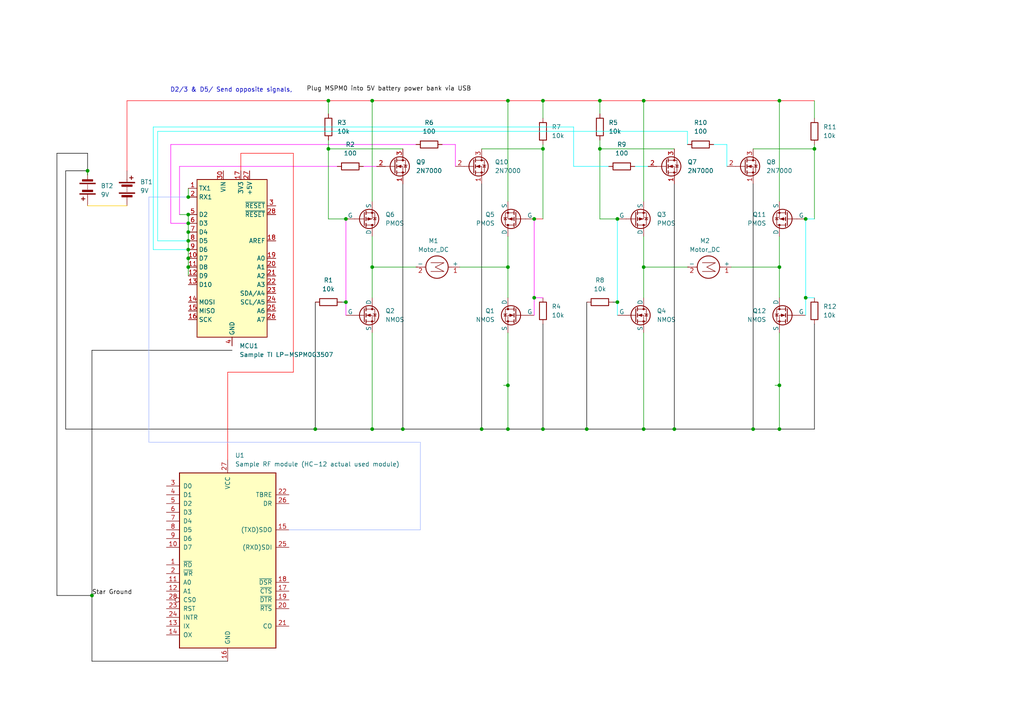
<source format=kicad_sch>
(kicad_sch (version 20250114) (generator "eeschema") (generator_version "9.0")
  (paper "A4")
  (title_block (title "RC Car"))
  (lib_symbols
    (symbol "Device:Battery" (pin_numbers (hide yes)) (pin_names (offset 0) (hide yes))
      (property "Reference" "BT" (at 2.54 2.54 0))
      (property "Value" "Battery" (at 2.54 0 0))
      (symbol "Battery_0_1"
        (rectangle (start -2.286 1.778) (end 2.286 1.524) (fill (type outline)))
        (rectangle (start -2.286 -1.27) (end 2.286 -1.524) (fill (type outline)))
        (rectangle (start -1.524 1.016) (end 1.524 0.508) (fill (type outline)))
        (rectangle (start -1.524 -2.032) (end 1.524 -2.54) (fill (type outline)))
        (polyline (pts (xy 0 1.778) (xy 0 2.54)))
        (polyline (pts (xy 0 0) (xy 0 0.254)))
        (polyline (pts (xy 0 -0.508) (xy 0 -0.254)))
        (polyline (pts (xy 0 -1.016) (xy 0 -0.762)))
        (polyline (pts (xy 0.762 3.048) (xy 1.778 3.048)) (stroke (width 0.254)))
        (polyline (pts (xy 1.27 3.556) (xy 1.27 2.54)) (stroke (width 0.254)))
      )
      (symbol "Battery_1_1"
        (pin passive line (at 0 5.08 270) (length 2.54) (name "+") (number "1"))
        (pin passive line (at 0 -5.08 90) (length 2.54) (name "-") (number "2"))
      )
    )
    (symbol "Device:R" (pin_numbers (hide yes)) (pin_names (offset 0))
      (property "Reference" "R" (at 2.032 0 90))
      (property "Value" "R" (at 0 0 90))
      (symbol "R_0_1"
        (rectangle (start -1.016 -2.54) (end 1.016 2.54) (stroke (width 0.254)))
      )
      (symbol "R_1_1"
        (pin passive line (at 0 3.81 270) (length 1.27) (name "~") (number "1"))
        (pin passive line (at 0 -3.81 90) (length 1.27) (name "~") (number "2"))
      )
    )
    (symbol "Interface_UART:8252" (pin_names (offset 1.016))
      (property "Reference" "U" (at -13.97 25.4 0))
      (property "Value" "8252" (at 8.89 25.4 0))
      (symbol "8252_0_1"
        (rectangle (start -13.97 -26.67) (end 13.97 24.13) (stroke (width 0.254)) (fill (type background)))
        (rectangle (start -13.97 -26.67) (end 13.97 24.13) (stroke (width 0.254)) (fill (type background)))
      )
      (symbol "8252_1_1"
        (pin bidirectional line (at -17.78 20.32 0) (length 3.81) (name "D0") (number "3"))
        (pin bidirectional line (at -17.78 17.78 0) (length 3.81) (name "D1") (number "4"))
        (pin bidirectional line (at -17.78 15.24 0) (length 3.81) (name "D2") (number "5"))
        (pin bidirectional line (at -17.78 12.7 0) (length 3.81) (name "D3") (number "6"))
        (pin bidirectional line (at -17.78 10.16 0) (length 3.81) (name "D4") (number "7"))
        (pin bidirectional line (at -17.78 7.62 0) (length 3.81) (name "D5") (number "8"))
        (pin bidirectional line (at -17.78 5.08 0) (length 3.81) (name "D6") (number "9"))
        (pin bidirectional line (at -17.78 2.54 0) (length 3.81) (name "D7") (number "10"))
        (pin input line (at -17.78 -2.54 0) (length 3.81) (name "~{RD}") (number "1"))
        (pin input line (at -17.78 -5.08 0) (length 3.81) (name "~{WR}") (number "2"))
        (pin input line (at -17.78 -7.62 0) (length 3.81) (name "A0") (number "11"))
        (pin input line (at -17.78 -10.16 0) (length 3.81) (name "A1") (number "12"))
        (pin input inverted (at -17.78 -12.7 0) (length 3.81) (name "CS0") (number "28"))
        (pin input line (at -17.78 -15.24 0) (length 3.81) (name "RST") (number "23"))
        (pin output line (at -17.78 -17.78 0) (length 3.81) (name "INTR") (number "24"))
        (pin input line (at -17.78 -20.32 0) (length 3.81) (name "IX") (number "13"))
        (pin output line (at -17.78 -22.86 0) (length 3.81) (name "OX") (number "14"))
        (pin power_in line (at 0 27.94 270) (length 3.81) (name "VCC") (number "27"))
        (pin power_in line (at 0 -30.48 90) (length 3.81) (name "GND") (number "16"))
        (pin output line (at 17.78 17.78 180) (length 3.81) (name "TBRE") (number "22"))
        (pin output line (at 17.78 15.24 180) (length 3.81) (name "DR") (number "26"))
        (pin output line (at 17.78 7.62 180) (length 3.81) (name "(TXD)SDO") (number "15"))
        (pin input line (at 17.78 2.54 180) (length 3.81) (name "(RXD)SDI") (number "25"))
        (pin input line (at 17.78 -7.62 180) (length 3.81) (name "~{DSR}") (number "18"))
        (pin input line (at 17.78 -10.16 180) (length 3.81) (name "~{CTS}") (number "17"))
        (pin output line (at 17.78 -12.7 180) (length 3.81) (name "~{DTR}") (number "19"))
        (pin output line (at 17.78 -15.24 180) (length 3.81) (name "~{RTS}") (number "20"))
        (pin output line (at 17.78 -20.32 180) (length 3.81) (name "CO") (number "21"))
      )
    )
    (symbol "MCU_Module:Arduino_Nano_Every"
      (property "Reference" "A" (at -10.16 23.495 0))
      (property "Value" "Arduino_Nano_Every" (at 5.08 -24.13 0))
      (symbol "Arduino_Nano_Every_0_1"
        (rectangle (start -10.16 22.86) (end 10.16 -22.86) (stroke (width 0.254)) (fill (type background)))
      )
      (symbol "Arduino_Nano_Every_1_1"
        (pin bidirectional line (at -12.7 20.32 0) (length 2.54) (name "TX1") (number "1"))
        (pin bidirectional line (at -12.7 17.78 0) (length 2.54) (name "RX1") (number "2"))
        (pin bidirectional line (at -12.7 12.7 0) (length 2.54) (name "D2") (number "5"))
        (pin bidirectional line (at -12.7 10.16 0) (length 2.54) (name "D3") (number "6"))
        (pin bidirectional line (at -12.7 7.62 0) (length 2.54) (name "D4") (number "7"))
        (pin bidirectional line (at -12.7 5.08 0) (length 2.54) (name "D5") (number "8"))
        (pin bidirectional line (at -12.7 2.54 0) (length 2.54) (name "D6") (number "9"))
        (pin bidirectional line (at -12.7 0 0) (length 2.54) (name "D7") (number "10"))
        (pin bidirectional line (at -12.7 -2.54 0) (length 2.54) (name "D8") (number "11"))
        (pin bidirectional line (at -12.7 -5.08 0) (length 2.54) (name "D9") (number "12"))
        (pin bidirectional line (at -12.7 -7.62 0) (length 2.54) (name "D10") (number "13"))
        (pin bidirectional line (at -12.7 -12.7 0) (length 2.54) (name "MOSI") (number "14"))
        (pin bidirectional line (at -12.7 -15.24 0) (length 2.54) (name "MISO") (number "15"))
        (pin bidirectional line (at -12.7 -17.78 0) (length 2.54) (name "SCK") (number "16"))
        (pin power_in line (at -2.54 25.4 270) (length 2.54) (name "VIN") (number "30"))
        (pin passive line (at 0 -25.4 90) (length 2.54) (hide yes) (name "GND") (number "29"))
        (pin power_in line (at 0 -25.4 90) (length 2.54) (name "GND") (number "4"))
        (pin power_out line (at 2.54 25.4 270) (length 2.54) (name "3V3") (number "17"))
        (pin power_out line (at 5.08 25.4 270) (length 2.54) (name "+5V") (number "27"))
        (pin input line (at 12.7 15.24 180) (length 2.54) (name "~{RESET}") (number "3"))
        (pin input line (at 12.7 12.7 180) (length 2.54) (name "~{RESET}") (number "28"))
        (pin input line (at 12.7 5.08 180) (length 2.54) (name "AREF") (number "18"))
        (pin bidirectional line (at 12.7 0 180) (length 2.54) (name "A0") (number "19"))
        (pin bidirectional line (at 12.7 -2.54 180) (length 2.54) (name "A1") (number "20"))
        (pin bidirectional line (at 12.7 -5.08 180) (length 2.54) (name "A2") (number "21"))
        (pin bidirectional line (at 12.7 -7.62 180) (length 2.54) (name "A3") (number "22"))
        (pin bidirectional line (at 12.7 -10.16 180) (length 2.54) (name "SDA/A4") (number "23"))
        (pin bidirectional line (at 12.7 -12.7 180) (length 2.54) (name "SCL/A5") (number "24"))
        (pin bidirectional line (at 12.7 -15.24 180) (length 2.54) (name "A6") (number "25"))
        (pin bidirectional line (at 12.7 -17.78 180) (length 2.54) (name "A7") (number "26"))
      )
    )
    (symbol "Motor:Motor_DC" (pin_names (offset 0))
      (property "Reference" "M" (at 2.54 2.54 0))
      (property "Value" "Motor_DC" (at 2.54 -5.08 0))
      (symbol "Motor_DC_0_0"
        (polyline (pts (xy -1.27 -3.302) (xy -1.27 0.508) (xy 0 -2.032) (xy 1.27 0.508) (xy 1.27 -3.302)))
      )
      (symbol "Motor_DC_0_1"
        (polyline (pts (xy 0 2.032) (xy 0 2.54)))
        (polyline (pts (xy 0 1.7272) (xy 0 2.0828)))
        (circle (center 0 -1.524) (radius 3.2512) (stroke (width 0.254)))
        (polyline (pts (xy 0 -4.7752) (xy 0 -5.1816)))
        (polyline (pts (xy 0 -7.62) (xy 0 -7.112)))
      )
      (symbol "Motor_DC_1_1"
        (pin passive line (at 0 5.08 270) (length 2.54) (name "+") (number "1"))
        (pin passive line (at 0 -7.62 90) (length 2.54) (name "-") (number "2"))
      )
    )
    (symbol "Simulation_SPICE:NMOS" (pin_numbers (hide yes)) (pin_names (offset 0))
      (property "Reference" "Q" (at 5.08 1.27 0))
      (property "Value" "NMOS" (at 5.08 -1.27 0))
      (symbol "NMOS_0_1"
        (polyline (pts (xy 0.254 1.905) (xy 0.254 -1.905)) (stroke (width 0.254)))
        (polyline (pts (xy 0.254 0) (xy -2.54 0)))
        (polyline (pts (xy 0.762 2.286) (xy 0.762 1.27)) (stroke (width 0.254)))
        (polyline (pts (xy 0.762 0.508) (xy 0.762 -0.508)) (stroke (width 0.254)))
        (polyline (pts (xy 0.762 -1.27) (xy 0.762 -2.286)) (stroke (width 0.254)))
        (polyline (pts (xy 0.762 -1.778) (xy 3.302 -1.778) (xy 3.302 1.778) (xy 0.762 1.778)))
        (polyline (pts (xy 1.016 0) (xy 2.032 0.381) (xy 2.032 -0.381) (xy 1.016 0)) (fill (type outline)))
        (circle (center 1.651 0) (radius 2.794) (stroke (width 0.254)))
        (polyline (pts (xy 2.54 2.54) (xy 2.54 1.778)))
        (circle (center 2.54 1.778) (radius 0.254) (fill (type outline)))
        (circle (center 2.54 -1.778) (radius 0.254) (fill (type outline)))
        (polyline (pts (xy 2.54 -2.54) (xy 2.54 0) (xy 0.762 0)))
        (polyline (pts (xy 2.794 0.508) (xy 2.921 0.381) (xy 3.683 0.381) (xy 3.81 0.254)))
        (polyline (pts (xy 3.302 0.381) (xy 2.921 -0.254) (xy 3.683 -0.254) (xy 3.302 0.381)))
      )
      (symbol "NMOS_1_1"
        (pin input line (at -5.08 0 0) (length 2.54) (name "G") (number "2"))
        (pin passive line (at 2.54 5.08 270) (length 2.54) (name "D") (number "1"))
        (pin passive line (at 2.54 -5.08 90) (length 2.54) (name "S") (number "3"))
      )
    )
    (symbol "Simulation_SPICE:PMOS" (pin_numbers (hide yes)) (pin_names (offset 0))
      (property "Reference" "Q" (at 5.08 1.27 0))
      (property "Value" "PMOS" (at 5.08 -1.27 0))
      (symbol "PMOS_0_1"
        (polyline (pts (xy 0.254 1.905) (xy 0.254 -1.905)) (stroke (width 0.254)))
        (polyline (pts (xy 0.254 0) (xy -2.54 0)))
        (polyline (pts (xy 0.762 2.286) (xy 0.762 1.27)) (stroke (width 0.254)))
        (polyline (pts (xy 0.762 1.778) (xy 3.302 1.778) (xy 3.302 -1.778) (xy 0.762 -1.778)))
        (polyline (pts (xy 0.762 0.508) (xy 0.762 -0.508)) (stroke (width 0.254)))
        (polyline (pts (xy 0.762 -1.27) (xy 0.762 -2.286)) (stroke (width 0.254)))
        (circle (center 1.651 0) (radius 2.794) (stroke (width 0.254)))
        (polyline (pts (xy 2.286 0) (xy 1.27 0.381) (xy 1.27 -0.381) (xy 2.286 0)) (fill (type outline)))
        (polyline (pts (xy 2.54 2.54) (xy 2.54 1.778)))
        (circle (center 2.54 1.778) (radius 0.254) (fill (type outline)))
        (circle (center 2.54 -1.778) (radius 0.254) (fill (type outline)))
        (polyline (pts (xy 2.54 -2.54) (xy 2.54 0) (xy 0.762 0)))
        (polyline (pts (xy 2.794 -0.508) (xy 2.921 -0.381) (xy 3.683 -0.381) (xy 3.81 -0.254)))
        (polyline (pts (xy 3.302 -0.381) (xy 2.921 0.254) (xy 3.683 0.254) (xy 3.302 -0.381)))
      )
      (symbol "PMOS_1_1"
        (pin input line (at -5.08 0 0) (length 2.54) (name "G") (number "2"))
        (pin passive line (at 2.54 5.08 270) (length 2.54) (name "D") (number "1"))
        (pin passive line (at 2.54 -5.08 90) (length 2.54) (name "S") (number "3"))
      )
    )
    (symbol "Transistor_FET:2N7000" (pin_names (hide yes))
      (property "Reference" "Q" (at 5.08 1.905 0))
      (property "Value" "2N7000" (at 5.08 0 0))
      (symbol "2N7000_0_1"
        (polyline (pts (xy 0.254 1.905) (xy 0.254 -1.905)) (stroke (width 0.254)))
        (polyline (pts (xy 0.254 0) (xy -2.54 0)))
        (polyline (pts (xy 0.762 2.286) (xy 0.762 1.27)) (stroke (width 0.254)))
        (polyline (pts (xy 0.762 0.508) (xy 0.762 -0.508)) (stroke (width 0.254)))
        (polyline (pts (xy 0.762 -1.27) (xy 0.762 -2.286)) (stroke (width 0.254)))
        (polyline (pts (xy 0.762 -1.778) (xy 3.302 -1.778) (xy 3.302 1.778) (xy 0.762 1.778)))
        (polyline (pts (xy 1.016 0) (xy 2.032 0.381) (xy 2.032 -0.381) (xy 1.016 0)) (fill (type outline)))
        (circle (center 1.651 0) (radius 2.794) (stroke (width 0.254)))
        (polyline (pts (xy 2.54 2.54) (xy 2.54 1.778)))
        (circle (center 2.54 1.778) (radius 0.254) (fill (type outline)))
        (circle (center 2.54 -1.778) (radius 0.254) (fill (type outline)))
        (polyline (pts (xy 2.54 -2.54) (xy 2.54 0) (xy 0.762 0)))
        (polyline (pts (xy 2.794 0.508) (xy 2.921 0.381) (xy 3.683 0.381) (xy 3.81 0.254)))
        (polyline (pts (xy 3.302 0.381) (xy 2.921 -0.254) (xy 3.683 -0.254) (xy 3.302 0.381)))
      )
      (symbol "2N7000_1_1"
        (pin input line (at -5.08 0 0) (length 2.54) (name "G") (number "2"))
        (pin passive line (at 2.54 5.08 270) (length 2.54) (name "D") (number "3"))
        (pin passive line (at 2.54 -5.08 90) (length 2.54) (name "S") (number "1"))
      )
    )
  )
  (text "D2/3 & D5/ Send opposite signals, " (at 67.564 26.162 0) (effects (font (size 1.27 1.27))))
  (junction (at 157.48 124.46))
  (junction (at 54.61 74.93))
  (junction (at 236.22 43.18))
  (junction (at 147.32 29.21))
  (junction (at 154.94 86.36))
  (junction (at 54.61 72.39))
  (junction (at 25.4 49.53))
  (junction (at 173.99 29.21))
  (junction (at 26.67 172.72))
  (junction (at 170.18 124.46))
  (junction (at 179.07 63.5))
  (junction (at 54.61 67.31))
  (junction (at 157.48 29.21))
  (junction (at 218.44 124.46))
  (junction (at 186.69 77.47))
  (junction (at 139.7 124.46))
  (junction (at 107.95 124.46))
  (junction (at 54.61 77.47))
  (junction (at 186.69 124.46))
  (junction (at 226.06 29.21))
  (junction (at 54.61 62.23))
  (junction (at 147.32 77.47))
  (junction (at 157.48 43.18))
  (junction (at 95.25 29.21))
  (junction (at 147.32 111.76))
  (junction (at 95.25 43.18))
  (junction (at 100.33 87.63))
  (junction (at 154.94 63.5))
  (junction (at 195.58 124.46))
  (junction (at 226.06 124.46))
  (junction (at 233.68 86.36))
  (junction (at 54.61 64.77))
  (junction (at 226.06 111.76))
  (junction (at 116.84 124.46))
  (junction (at 54.61 57.15))
  (junction (at 186.69 29.21))
  (junction (at 173.99 43.18))
  (junction (at 54.61 69.85))
  (junction (at 91.44 124.46))
  (junction (at 107.95 29.21))
  (junction (at 179.07 87.63))
  (junction (at 226.06 77.47))
  (junction (at 100.33 63.5))
  (junction (at 107.95 77.47))
  (junction (at 147.32 124.46))
  (junction (at 233.68 63.5))
  (wire (pts (xy 45.72 69.85) (xy 54.61 69.85)) (stroke (width 0) (color 12 255 244 1)))
  (wire (pts (xy 116.84 53.34) (xy 116.84 124.46)) (stroke (width 0) (color 0 0 0 1)))
  (wire (pts (xy 184.15 48.26) (xy 187.96 48.26)) (stroke (width 0) (color 0 255 246 1)))
  (wire (pts (xy 19.05 49.53) (xy 19.05 124.46)) (stroke (width 0) (color 0 0 0 1)))
  (wire (pts (xy 157.48 41.91) (xy 157.48 43.18)))
  (wire (pts (xy 236.22 41.91) (xy 236.22 43.18)))
  (wire (pts (xy 157.48 124.46) (xy 147.32 124.46)) (stroke (width 0) (color 0 0 0 1)))
  (wire (pts (xy 95.25 43.18) (xy 95.25 63.5)))
  (wire (pts (xy 236.22 63.5) (xy 233.68 63.5)) (stroke (width 0) (color 4 253 255 1)))
  (wire (pts (xy 116.84 124.46) (xy 139.7 124.46)) (stroke (width 0) (color 0 0 0 1)))
  (wire (pts (xy 52.07 62.23) (xy 52.07 48.26)) (stroke (width 0) (color 255 0 248 1)))
  (wire (pts (xy 154.94 86.36) (xy 154.94 91.44)) (stroke (width 0) (color 255 0 248 1)))
  (wire (pts (xy 207.01 41.91) (xy 210.82 41.91)) (stroke (width 0) (color 4 253 255 1)))
  (wire (pts (xy 173.99 43.18) (xy 195.58 43.18)))
  (wire (pts (xy 25.4 50.8) (xy 25.4 49.53)))
  (wire (pts (xy 100.33 87.63) (xy 100.33 91.44)) (stroke (width 0) (color 255 0 248 1)))
  (wire (pts (xy 173.99 43.18) (xy 173.99 63.5)))
  (wire (pts (xy 186.69 77.47) (xy 199.39 77.47)))
  (wire (pts (xy 157.48 29.21) (xy 173.99 29.21)) (stroke (width 0) (color 255 12 25 1)))
  (wire (pts (xy 54.61 72.39) (xy 54.61 69.85)))
  (wire (pts (xy 177.8 87.63) (xy 179.07 87.63)) (stroke (width 0) (color 0 0 0 1)))
  (wire (pts (xy 226.06 29.21) (xy 236.22 29.21)) (stroke (width 0) (color 255 12 25 1)))
  (wire (pts (xy 16.51 44.45) (xy 16.51 172.72)) (stroke (width 0) (color 0 0 0 1)))
  (wire (pts (xy 173.99 40.64) (xy 173.99 43.18)))
  (wire (pts (xy 105.41 48.26) (xy 109.22 48.26)) (stroke (width 0) (color 255 0 248 1)))
  (wire (pts (xy 99.06 87.63) (xy 100.33 87.63)) (stroke (width 0) (color 0 0 0 1)))
  (wire (pts (xy 43.18 128.27) (xy 43.18 57.15)) (stroke (width 0) (color 156 178 255 1)))
  (wire (pts (xy 173.99 29.21) (xy 186.69 29.21)) (stroke (width 0) (color 255 12 25 1)))
  (wire (pts (xy 36.83 29.21) (xy 95.25 29.21)) (stroke (width 0) (color 255 12 25 1)))
  (wire (pts (xy 236.22 29.21) (xy 236.22 34.29)))
  (wire (pts (xy 54.61 57.15) (xy 54.61 54.61)))
  (wire (pts (xy 107.95 68.58) (xy 107.95 77.47)))
  (wire (pts (xy 36.83 49.53) (xy 36.83 29.21)) (stroke (width 0) (color 255 12 25 1)))
  (wire (pts (xy 236.22 93.98) (xy 236.22 124.46)) (stroke (width 0) (color 0 0 0 1)))
  (wire (pts (xy 233.68 86.36) (xy 236.22 86.36)) (stroke (width 0) (color 4 253 255 1)))
  (wire (pts (xy 49.53 64.77) (xy 49.53 41.91)) (stroke (width 0) (color 255 0 248 1)))
  (wire (pts (xy 85.09 107.95) (xy 85.09 44.45)) (stroke (width 0) (color 255 2 4 1)))
  (wire (pts (xy 186.69 68.58) (xy 186.69 77.47)))
  (wire (pts (xy 146.05 111.76) (xy 147.32 111.76)))
  (wire (pts (xy 85.09 44.45) (xy 69.85 44.45)) (stroke (width 0) (color 255 2 4 1)))
  (wire (pts (xy 26.67 101.6) (xy 26.67 172.72)) (stroke (width 0) (color 0 0 0 1)))
  (wire (pts (xy 54.61 64.77) (xy 49.53 64.77)) (stroke (width 0) (color 255 0 248 1)))
  (wire (pts (xy 166.37 36.83) (xy 44.45 36.83)) (stroke (width 0) (color 4 255 247 1)))
  (wire (pts (xy 157.48 29.21) (xy 157.48 34.29)))
  (wire (pts (xy 54.61 64.77) (xy 54.61 62.23)))
  (wire (pts (xy 154.94 63.5) (xy 154.94 86.36)) (stroke (width 0) (color 255 0 248 1)))
  (wire (pts (xy 218.44 43.18) (xy 236.22 43.18)))
  (wire (pts (xy 121.92 128.27) (xy 43.18 128.27)) (stroke (width 0) (color 156 178 255 1)))
  (wire (pts (xy 186.69 96.52) (xy 186.69 124.46)))
  (wire (pts (xy 128.27 41.91) (xy 132.08 41.91)) (stroke (width 0) (color 255 0 248 1)))
  (wire (pts (xy 83.82 153.67) (xy 121.92 153.67)) (stroke (width 0) (color 156 178 255 1)))
  (wire (pts (xy 100.33 63.5) (xy 100.33 87.63)) (stroke (width 0) (color 255 0 248 1)))
  (wire (pts (xy 226.06 96.52) (xy 226.06 111.76)))
  (wire (pts (xy 157.48 43.18) (xy 157.48 63.5)))
  (wire (pts (xy 54.61 67.31) (xy 54.61 64.77)))
  (wire (pts (xy 95.25 40.64) (xy 95.25 43.18)))
  (wire (pts (xy 25.4 59.69) (xy 36.83 59.69)) (stroke (width 0) (color 255 205 0 1)))
  (wire (pts (xy 224.79 111.76) (xy 226.06 111.76)))
  (wire (pts (xy 147.32 77.47) (xy 147.32 86.36)))
  (wire (pts (xy 25.4 49.53) (xy 19.05 49.53)) (stroke (width 0) (color 0 0 0 1)))
  (wire (pts (xy 66.04 191.77) (xy 26.67 191.77)) (stroke (width 0) (color 0 0 0 1)))
  (wire (pts (xy 157.48 93.98) (xy 157.48 124.46)) (stroke (width 0) (color 0 0 0 1)))
  (wire (pts (xy 95.25 63.5) (xy 100.33 63.5)))
  (wire (pts (xy 139.7 124.46) (xy 147.32 124.46)) (stroke (width 0) (color 0 0 0 1)))
  (wire (pts (xy 147.32 96.52) (xy 147.32 111.76)))
  (wire (pts (xy 186.69 29.21) (xy 226.06 29.21)) (stroke (width 0) (color 255 12 25 1)))
  (wire (pts (xy 218.44 53.34) (xy 218.44 124.46)) (stroke (width 0) (color 0 0 0 1)))
  (wire (pts (xy 16.51 172.72) (xy 26.67 172.72)) (stroke (width 0) (color 0 0 0 1)))
  (wire (pts (xy 66.04 133.35) (xy 66.04 107.95)) (stroke (width 0) (color 255 2 4 1)))
  (wire (pts (xy 52.07 62.23) (xy 54.61 62.23)))
  (wire (pts (xy 66.04 107.95) (xy 85.09 107.95)) (stroke (width 0) (color 255 2 4 1)))
  (wire (pts (xy 54.61 74.93) (xy 54.61 72.39)))
  (wire (pts (xy 226.06 68.58) (xy 226.06 77.47)))
  (wire (pts (xy 195.58 53.34) (xy 195.58 124.46)) (stroke (width 0) (color 0 0 0 1)))
  (wire (pts (xy 170.18 124.46) (xy 186.69 124.46)) (stroke (width 0) (color 0 0 0 1)))
  (wire (pts (xy 107.95 29.21) (xy 147.32 29.21)) (stroke (width 0) (color 255 12 25 1)))
  (wire (pts (xy 233.68 86.36) (xy 233.68 91.44)) (stroke (width 0) (color 4 253 255 1)))
  (wire (pts (xy 173.99 29.21) (xy 173.99 33.02)))
  (wire (pts (xy 54.61 69.85) (xy 54.61 67.31)))
  (wire (pts (xy 147.32 29.21) (xy 157.48 29.21)) (stroke (width 0) (color 255 12 25 1)))
  (wire (pts (xy 179.07 87.63) (xy 179.07 91.44)) (stroke (width 0) (color 4 253 255 1)))
  (wire (pts (xy 52.07 48.26) (xy 97.79 48.26)) (stroke (width 0) (color 251 16 255 1)))
  (wire (pts (xy 226.06 77.47) (xy 226.06 86.36)))
  (wire (pts (xy 195.58 124.46) (xy 218.44 124.46)) (stroke (width 0) (color 0 0 0 1)))
  (wire (pts (xy 107.95 124.46) (xy 116.84 124.46)) (stroke (width 0) (color 0 0 0 1)))
  (wire (pts (xy 25.4 44.45) (xy 16.51 44.45)) (stroke (width 0) (color 0 0 0 1)))
  (wire (pts (xy 54.61 77.47) (xy 54.61 74.93)))
  (wire (pts (xy 43.18 57.15) (xy 54.61 57.15)) (stroke (width 0) (color 156 178 255 1)))
  (wire (pts (xy 226.06 58.42) (xy 226.06 29.21)))
  (wire (pts (xy 166.37 48.26) (xy 166.37 36.83)) (stroke (width 0) (color 0 244 255 1)))
  (wire (pts (xy 147.32 111.76) (xy 147.32 124.46)))
  (wire (pts (xy 69.85 44.45) (xy 69.85 49.53)) (stroke (width 0) (color 255 2 4 1)))
  (wire (pts (xy 107.95 77.47) (xy 120.65 77.47)))
  (wire (pts (xy 49.53 41.91) (xy 120.65 41.91)) (stroke (width 0) (color 255 0 248 1)))
  (wire (pts (xy 157.48 124.46) (xy 170.18 124.46)) (stroke (width 0) (color 0 0 0 1)))
  (wire (pts (xy 173.99 63.5) (xy 179.07 63.5)))
  (wire (pts (xy 176.53 48.26) (xy 166.37 48.26)) (stroke (width 0) (color 0 244 255 1)))
  (wire (pts (xy 54.61 80.01) (xy 54.61 77.47)))
  (wire (pts (xy 67.31 101.6) (xy 26.67 101.6)) (stroke (width 0) (color 0 0 0 1)))
  (wire (pts (xy 147.32 58.42) (xy 147.32 29.21)))
  (wire (pts (xy 44.45 72.39) (xy 54.61 72.39)) (stroke (width 0) (color 4 255 247 1)))
  (wire (pts (xy 19.05 124.46) (xy 91.44 124.46)) (stroke (width 0) (color 0 0 0 1)))
  (wire (pts (xy 218.44 124.46) (xy 226.06 124.46)) (stroke (width 0) (color 0 0 0 1)))
  (wire (pts (xy 121.92 153.67) (xy 121.92 128.27)) (stroke (width 0) (color 156 178 255 1)))
  (wire (pts (xy 26.67 172.72) (xy 26.67 191.77)) (stroke (width 0) (color 0 0 0 1)))
  (wire (pts (xy 25.4 49.53) (xy 25.4 44.45)) (stroke (width 0) (color 0 0 0 1)))
  (wire (pts (xy 91.44 124.46) (xy 91.44 87.63)) (stroke (width 0) (color 0 0 0 1)))
  (wire (pts (xy 236.22 43.18) (xy 236.22 63.5)))
  (wire (pts (xy 139.7 53.34) (xy 139.7 124.46)) (stroke (width 0) (color 0 0 0 1)))
  (wire (pts (xy 170.18 124.46) (xy 170.18 87.63)) (stroke (width 0) (color 0 0 0 1)))
  (wire (pts (xy 44.45 36.83) (xy 44.45 72.39)) (stroke (width 0) (color 4 255 247 1)))
  (wire (pts (xy 132.08 41.91) (xy 132.08 48.26)) (stroke (width 0) (color 255 0 248 1)))
  (wire (pts (xy 157.48 63.5) (xy 154.94 63.5)) (stroke (width 0) (color 255 12 25 1)))
  (wire (pts (xy 91.44 124.46) (xy 107.95 124.46)) (stroke (width 0) (color 0 0 0 1)))
  (wire (pts (xy 210.82 41.91) (xy 210.82 48.26)) (stroke (width 0) (color 4 253 255 1)))
  (wire (pts (xy 199.39 38.1) (xy 199.39 41.91)) (stroke (width 0) (color 12 255 244 1)))
  (wire (pts (xy 199.39 38.1) (xy 45.72 38.1)) (stroke (width 0) (color 12 255 244 1)))
  (wire (pts (xy 186.69 77.47) (xy 186.69 86.36)))
  (wire (pts (xy 95.25 29.21) (xy 107.95 29.21)) (stroke (width 0) (color 255 12 25 1)))
  (wire (pts (xy 233.68 63.5) (xy 233.68 86.36)) (stroke (width 0) (color 4 253 255 1)))
  (wire (pts (xy 236.22 124.46) (xy 226.06 124.46)) (stroke (width 0) (color 0 0 0 1)))
  (wire (pts (xy 95.25 43.18) (xy 116.84 43.18)))
  (wire (pts (xy 186.69 58.42) (xy 186.69 29.21)))
  (wire (pts (xy 107.95 96.52) (xy 107.95 124.46)))
  (wire (pts (xy 45.72 38.1) (xy 45.72 69.85)) (stroke (width 0) (color 12 255 244 1)))
  (wire (pts (xy 186.69 124.46) (xy 195.58 124.46)) (stroke (width 0) (color 0 0 0 1)))
  (wire (pts (xy 107.95 58.42) (xy 107.95 29.21)))
  (wire (pts (xy 95.25 29.21) (xy 95.25 33.02)))
  (wire (pts (xy 226.06 111.76) (xy 226.06 124.46)))
  (wire (pts (xy 147.32 68.58) (xy 147.32 77.47)))
  (wire (pts (xy 179.07 63.5) (xy 179.07 87.63)) (stroke (width 0) (color 4 253 255 1)))
  (wire (pts (xy 133.35 77.47) (xy 147.32 77.47)))
  (wire (pts (xy 139.7 43.18) (xy 157.48 43.18)))
  (wire (pts (xy 212.09 77.47) (xy 226.06 77.47)))
  (wire (pts (xy 154.94 86.36) (xy 157.48 86.36)) (stroke (width 0) (color 255 0 248 1)))
  (wire (pts (xy 107.95 77.47) (xy 107.95 86.36)))
  (label "Star Ground" (at 26.67 172.72 0))
  (label "Plug MSPM0 into 5V battery power bank via USB" (at 88.9 26.67 0))
  (symbol (lib_id "Device:R") (at 95.25 87.63 90) (unit 1)
    (property "Reference" "R1" (at 95.25 81.28 90))
    (property "Value" "10k" (at 95.25 83.82 90))
    (property "Description" "Resistor" (effects (hide yes)))
  )
  (symbol (lib_id "Transistor_FET:2N7000") (at 114.3 48.26 0) (unit 1)
    (property "Reference" "Q9" (at 120.65 46.9899 0) (effects (justify left)))
    (property "Value" "2N7000" (at 120.65 49.5299 0) (effects (justify left)))
    (property "Footprint" "Package_TO_SOT_THT:TO-92_Inline" (effects (hide yes)))
    (property "Datasheet" "https://www.vishay.com/docs/70226/70226.pdf" (effects (hide yes)))
    (property "Description" "0.2A Id, 200V Vds, N-Channel MOSFET, 2.6V Logic Level, TO-92" (effects (hide yes)))
  )
  (symbol (lib_id "Device:R") (at 173.99 87.63 90) (unit 1)
    (property "Reference" "R8" (at 173.99 81.28 90))
    (property "Value" "10k" (at 173.99 83.82 90))
    (property "Description" "Resistor" (effects (hide yes)))
  )
  (symbol (lib_id "Simulation_SPICE:PMOS") (at 105.41 63.5 0) (mirror x) (unit 1)
    (property "Reference" "Q6" (at 111.76 62.2299 0) (effects (justify left)))
    (property "Value" "PMOS" (at 111.76 64.7699 0) (effects (justify left)))
    (property "Datasheet" "https://ngspice.sourceforge.io/docs/ngspice-html-manual/manual.xhtml#cha_MOSFETs" (effects (hide yes)))
    (property "Description" "P-MOSFET transistor, drain/source/gate" (effects (hide yes)))
    (property "Sim.Device" "PMOS" (effects (hide yes)))
    (property "Sim.Type" "VDMOS" (effects (hide yes)))
    (property "Sim.Pins" "1=D 2=G 3=S" (effects (hide yes)))
  )
  (symbol (lib_id "Device:R") (at 173.99 36.83 0) (unit 1)
    (property "Reference" "R5" (at 176.53 35.5599 0) (effects (justify left)))
    (property "Value" "10k" (at 176.53 38.0999 0) (effects (justify left)))
    (property "Description" "Resistor" (effects (hide yes)))
  )
  (symbol (lib_id "Simulation_SPICE:NMOS") (at 105.41 91.44 0) (unit 1)
    (property "Reference" "Q2" (at 111.76 90.1699 0) (effects (justify left)))
    (property "Value" "NMOS" (at 111.76 92.7099 0) (effects (justify left)))
    (property "Datasheet" "https://ngspice.sourceforge.io/docs/ngspice-html-manual/manual.xhtml#cha_MOSFETs" (effects (hide yes)))
    (property "Description" "N-MOSFET transistor, drain/source/gate" (effects (hide yes)))
    (property "Sim.Device" "NMOS" (effects (hide yes)))
    (property "Sim.Type" "VDMOS" (effects (hide yes)))
    (property "Sim.Pins" "1=D 2=G 3=S" (effects (hide yes)))
  )
  (symbol (lib_id "Device:R") (at 157.48 90.17 0) (unit 1)
    (property "Reference" "R4" (at 160.02 88.8999 0) (effects (justify left)))
    (property "Value" "10k" (at 160.02 91.4399 0) (effects (justify left)))
    (property "Description" "Resistor" (effects (hide yes)))
  )
  (symbol (lib_id "Motor:Motor_DC") (at 207.01 77.47 270) (unit 1)
    (property "Reference" "M2" (at 204.47 69.85 90))
    (property "Value" "Motor_DC" (at 204.47 72.39 90))
    (property "Description" "DC Motor" (effects (hide yes)))
  )
  (symbol (lib_id "Transistor_FET:2N7000") (at 215.9 48.26 0) (unit 1)
    (property "Reference" "Q8" (at 222.25 46.9899 0) (effects (justify left)))
    (property "Value" "2N7000" (at 222.25 49.5299 0) (effects (justify left)))
    (property "Footprint" "Package_TO_SOT_THT:TO-92_Inline" (effects (hide yes)))
    (property "Datasheet" "https://www.vishay.com/docs/70226/70226.pdf" (effects (hide yes)))
    (property "Description" "0.2A Id, 200V Vds, N-Channel MOSFET, 2.6V Logic Level, TO-92" (effects (hide yes)))
  )
  (symbol (lib_id "Device:R") (at 180.34 48.26 90) (unit 1)
    (property "Reference" "R9" (at 180.34 41.91 90))
    (property "Value" "100" (at 180.34 44.45 90))
    (property "Description" "Resistor" (effects (hide yes)))
  )
  (symbol (lib_id "Simulation_SPICE:NMOS") (at 228.6 91.44 0) (mirror y) (unit 1)
    (property "Reference" "Q12" (at 222.25 90.1699 0) (effects (justify left)))
    (property "Value" "NMOS" (at 222.25 92.7099 0) (effects (justify left)))
    (property "Datasheet" "https://ngspice.sourceforge.io/docs/ngspice-html-manual/manual.xhtml#cha_MOSFETs" (effects (hide yes)))
    (property "Description" "N-MOSFET transistor, drain/source/gate" (effects (hide yes)))
    (property "Sim.Device" "NMOS" (effects (hide yes)))
    (property "Sim.Type" "VDMOS" (effects (hide yes)))
    (property "Sim.Pins" "1=D 2=G 3=S" (effects (hide yes)))
  )
  (symbol (lib_id "Simulation_SPICE:PMOS") (at 149.86 63.5 180) (unit 1)
    (property "Reference" "Q5" (at 143.51 62.2299 0) (effects (justify left)))
    (property "Value" "PMOS" (at 143.51 64.7699 0) (effects (justify left)))
    (property "Datasheet" "https://ngspice.sourceforge.io/docs/ngspice-html-manual/manual.xhtml#cha_MOSFETs" (effects (hide yes)))
    (property "Description" "P-MOSFET transistor, drain/source/gate" (effects (hide yes)))
    (property "Sim.Device" "PMOS" (effects (hide yes)))
    (property "Sim.Type" "VDMOS" (effects (hide yes)))
    (property "Sim.Pins" "1=D 2=G 3=S" (effects (hide yes)))
  )
  (symbol (lib_id "Motor:Motor_DC") (at 128.27 77.47 270) (unit 1)
    (property "Reference" "M1" (at 125.73 69.85 90))
    (property "Value" "Motor_DC" (at 125.73 72.39 90))
    (property "Description" "DC Motor" (effects (hide yes)))
  )
  (symbol (lib_id "Simulation_SPICE:PMOS") (at 184.15 63.5 0) (mirror x) (unit 1)
    (property "Reference" "Q3" (at 190.5 62.2299 0) (effects (justify left)))
    (property "Value" "PMOS" (at 190.5 64.7699 0) (effects (justify left)))
    (property "Datasheet" "https://ngspice.sourceforge.io/docs/ngspice-html-manual/manual.xhtml#cha_MOSFETs" (effects (hide yes)))
    (property "Description" "P-MOSFET transistor, drain/source/gate" (effects (hide yes)))
    (property "Sim.Device" "PMOS" (effects (hide yes)))
    (property "Sim.Type" "VDMOS" (effects (hide yes)))
    (property "Sim.Pins" "1=D 2=G 3=S" (effects (hide yes)))
  )
  (symbol (lib_id "Device:R") (at 236.22 38.1 0) (unit 1)
    (property "Reference" "R11" (at 238.76 36.8299 0) (effects (justify left)))
    (property "Value" "10k" (at 238.76 39.3699 0) (effects (justify left)))
    (property "Description" "Resistor" (effects (hide yes)))
  )
  (symbol (lib_id "Transistor_FET:2N7000") (at 137.16 48.26 0) (unit 1)
    (property "Reference" "Q10" (at 143.51 46.9899 0) (effects (justify left)))
    (property "Value" "2N7000" (at 143.51 49.5299 0) (effects (justify left)))
    (property "Footprint" "Package_TO_SOT_THT:TO-92_Inline" (effects (hide yes)))
    (property "Datasheet" "https://www.vishay.com/docs/70226/70226.pdf" (effects (hide yes)))
    (property "Description" "0.2A Id, 200V Vds, N-Channel MOSFET, 2.6V Logic Level, TO-92" (effects (hide yes)))
  )
  (symbol (lib_id "Device:R") (at 203.2 41.91 90) (unit 1)
    (property "Reference" "R10" (at 203.2 35.56 90))
    (property "Value" "100" (at 203.2 38.1 90))
    (property "Description" "Resistor" (effects (hide yes)))
  )
  (symbol (lib_id "Device:R") (at 236.22 90.17 0) (unit 1)
    (property "Reference" "R12" (at 238.76 88.8999 0) (effects (justify left)))
    (property "Value" "10k" (at 238.76 91.4399 0) (effects (justify left)))
    (property "Description" "Resistor" (effects (hide yes)))
  )
  (symbol (lib_id "Device:R") (at 95.25 36.83 0) (unit 1)
    (property "Reference" "R3" (at 97.79 35.5599 0) (effects (justify left)))
    (property "Value" "10k" (at 97.79 38.0999 0) (effects (justify left)))
    (property "Description" "Resistor" (effects (hide yes)))
  )
  (symbol (lib_id "Simulation_SPICE:PMOS") (at 228.6 63.5 180) (unit 1)
    (property "Reference" "Q11" (at 222.25 62.2299 0) (effects (justify left)))
    (property "Value" "PMOS" (at 222.25 64.7699 0) (effects (justify left)))
    (property "Datasheet" "https://ngspice.sourceforge.io/docs/ngspice-html-manual/manual.xhtml#cha_MOSFETs" (effects (hide yes)))
    (property "Description" "P-MOSFET transistor, drain/source/gate" (effects (hide yes)))
    (property "Sim.Device" "PMOS" (effects (hide yes)))
    (property "Sim.Type" "VDMOS" (effects (hide yes)))
    (property "Sim.Pins" "1=D 2=G 3=S" (effects (hide yes)))
  )
  (symbol (lib_id "Interface_UART:8252") (at 66.04 161.29 0) (unit 1)
    (property "Reference" "U1" (at 68.1833 132.08 0) (effects (justify left)))
    (property "Value" "Sample RF module (HC-12 actual used module)" (at 68.1833 134.62 0) (effects (justify left)))
    (property "Footprint" "Package_DIP:DIP-28_W15.24mm" (effects (hide yes)))
    (property "Description" "RF UART" (effects (hide yes)))
  )
  (symbol (lib_id "Device:R") (at 124.46 41.91 90) (unit 1)
    (property "Reference" "R6" (at 124.46 35.56 90))
    (property "Value" "100" (at 124.46 38.1 90))
    (property "Description" "Resistor" (effects (hide yes)))
  )
  (symbol (lib_id "Device:R") (at 101.6 48.26 90) (unit 1)
    (property "Reference" "R2" (at 101.6 41.91 90))
    (property "Value" "100" (at 101.6 44.45 90))
    (property "Description" "Resistor" (effects (hide yes)))
  )
  (symbol (lib_id "Simulation_SPICE:NMOS") (at 149.86 91.44 0) (mirror y) (unit 1)
    (property "Reference" "Q1" (at 143.51 90.1699 0) (effects (justify left)))
    (property "Value" "NMOS" (at 143.51 92.7099 0) (effects (justify left)))
    (property "Datasheet" "https://ngspice.sourceforge.io/docs/ngspice-html-manual/manual.xhtml#cha_MOSFETs" (effects (hide yes)))
    (property "Description" "N-MOSFET transistor, drain/source/gate" (effects (hide yes)))
    (property "Sim.Device" "NMOS" (effects (hide yes)))
    (property "Sim.Type" "VDMOS" (effects (hide yes)))
    (property "Sim.Pins" "1=D 2=G 3=S" (effects (hide yes)))
  )
  (symbol (lib_id "Device:Battery") (at 25.4 54.61 180) (unit 1)
    (property "Reference" "BT2" (at 29.21 53.9114 0) (effects (justify right)))
    (property "Value" "9V" (at 29.21 56.4514 0) (effects (justify right)))
    (property "Description" "Multiple-cell battery" (effects (hide yes)))
  )
  (symbol (lib_id "Device:Battery") (at 36.83 54.61 0) (unit 1)
    (property "Reference" "BT1" (at 40.64 52.7684 0) (effects (justify left)))
    (property "Value" "9V" (at 40.64 55.3084 0) (effects (justify left)))
    (property "Description" "Multiple-cell battery" (effects (hide yes)))
  )
  (symbol (lib_id "Simulation_SPICE:NMOS") (at 184.15 91.44 0) (unit 1)
    (property "Reference" "Q4" (at 190.5 90.1699 0) (effects (justify left)))
    (property "Value" "NMOS" (at 190.5 92.7099 0) (effects (justify left)))
    (property "Datasheet" "https://ngspice.sourceforge.io/docs/ngspice-html-manual/manual.xhtml#cha_MOSFETs" (effects (hide yes)))
    (property "Description" "N-MOSFET transistor, drain/source/gate" (effects (hide yes)))
    (property "Sim.Device" "NMOS" (effects (hide yes)))
    (property "Sim.Type" "VDMOS" (effects (hide yes)))
    (property "Sim.Pins" "1=D 2=G 3=S" (effects (hide yes)))
  )
  (symbol (lib_id "MCU_Module:Arduino_Nano_Every") (at 67.31 74.93 0) (unit 1)
    (property "Reference" "MCU1" (at 69.4533 100.33 0) (effects (justify left)))
    (property "Value" "Sample TI LP-MSPM0G3507" (at 69.4533 102.87 0) (effects (justify left)))
    (property "Datasheet" "https://www.ti.com/product/MSPM0G3507" (effects (hide yes)))
  )
  (symbol (lib_id "Transistor_FET:2N7000") (at 193.04 48.26 0) (unit 1)
    (property "Reference" "Q7" (at 199.39 46.9899 0) (effects (justify left)))
    (property "Value" "2N7000" (at 199.39 49.5299 0) (effects (justify left)))
    (property "Footprint" "Package_TO_SOT_THT:TO-92_Inline" (effects (hide yes)))
    (property "Datasheet" "https://www.vishay.com/docs/70226/70226.pdf" (effects (hide yes)))
    (property "Description" "0.2A Id, 200V Vds, N-Channel MOSFET, 2.6V Logic Level, TO-92" (effects (hide yes)))
  )
  (symbol (lib_id "Device:R") (at 157.48 38.1 0) (unit 1)
    (property "Reference" "R7" (at 160.02 36.8299 0) (effects (justify left)))
    (property "Value" "10k" (at 160.02 39.3699 0) (effects (justify left)))
    (property "Description" "Resistor" (effects (hide yes)))
  )
)
</source>
